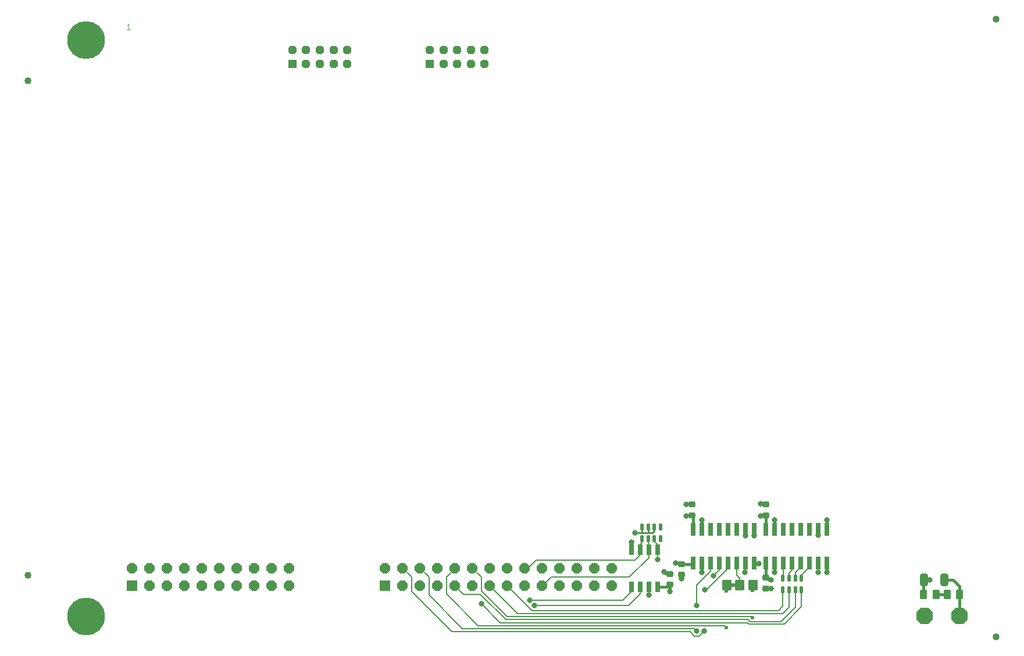
<source format=gbr>
%TF.GenerationSoftware,KiCad,Pcbnew,8.0.7-8.0.7-0~ubuntu22.04.1*%
%TF.CreationDate,2024-12-15T22:19:19+01:00*%
%TF.ProjectId,EEZ DIB 1.2 template,45455a20-4449-4422-9031-2e322074656d,rev?*%
%TF.SameCoordinates,Original*%
%TF.FileFunction,Copper,L1,Top*%
%TF.FilePolarity,Positive*%
%FSLAX46Y46*%
G04 Gerber Fmt 4.6, Leading zero omitted, Abs format (unit mm)*
G04 Created by KiCad (PCBNEW 8.0.7-8.0.7-0~ubuntu22.04.1) date 2024-12-15 22:19:19*
%MOMM*%
%LPD*%
G01*
G04 APERTURE LIST*
G04 Aperture macros list*
%AMRoundRect*
0 Rectangle with rounded corners*
0 $1 Rounding radius*
0 $2 $3 $4 $5 $6 $7 $8 $9 X,Y pos of 4 corners*
0 Add a 4 corners polygon primitive as box body*
4,1,4,$2,$3,$4,$5,$6,$7,$8,$9,$2,$3,0*
0 Add four circle primitives for the rounded corners*
1,1,$1+$1,$2,$3*
1,1,$1+$1,$4,$5*
1,1,$1+$1,$6,$7*
1,1,$1+$1,$8,$9*
0 Add four rect primitives between the rounded corners*
20,1,$1+$1,$2,$3,$4,$5,0*
20,1,$1+$1,$4,$5,$6,$7,0*
20,1,$1+$1,$6,$7,$8,$9,0*
20,1,$1+$1,$8,$9,$2,$3,0*%
%AMOutline5P*
0 Free polygon, 5 corners , with rotation*
0 The origin of the aperture is its center*
0 number of corners: always 5*
0 $1 to $10 corner X, Y*
0 $11 Rotation angle, in degrees counterclockwise*
0 create outline with 5 corners*
4,1,5,$1,$2,$3,$4,$5,$6,$7,$8,$9,$10,$1,$2,$11*%
%AMOutline6P*
0 Free polygon, 6 corners , with rotation*
0 The origin of the aperture is its center*
0 number of corners: always 6*
0 $1 to $12 corner X, Y*
0 $13 Rotation angle, in degrees counterclockwise*
0 create outline with 6 corners*
4,1,6,$1,$2,$3,$4,$5,$6,$7,$8,$9,$10,$11,$12,$1,$2,$13*%
%AMOutline7P*
0 Free polygon, 7 corners , with rotation*
0 The origin of the aperture is its center*
0 number of corners: always 7*
0 $1 to $14 corner X, Y*
0 $15 Rotation angle, in degrees counterclockwise*
0 create outline with 7 corners*
4,1,7,$1,$2,$3,$4,$5,$6,$7,$8,$9,$10,$11,$12,$13,$14,$1,$2,$15*%
%AMOutline8P*
0 Free polygon, 8 corners , with rotation*
0 The origin of the aperture is its center*
0 number of corners: always 8*
0 $1 to $16 corner X, Y*
0 $17 Rotation angle, in degrees counterclockwise*
0 create outline with 8 corners*
4,1,8,$1,$2,$3,$4,$5,$6,$7,$8,$9,$10,$11,$12,$13,$14,$15,$16,$1,$2,$17*%
G04 Aperture macros list end*
%ADD10C,0.101600*%
%TA.AperFunction,NonConductor*%
%ADD11C,0.101600*%
%TD*%
%TA.AperFunction,EtchedComponent*%
%ADD12C,0.000000*%
%TD*%
%TA.AperFunction,ComponentPad*%
%ADD13Outline8P,-1.200000X0.497056X-0.497056X1.200000X0.497056X1.200000X1.200000X0.497056X1.200000X-0.497056X0.497056X-1.200000X-0.497056X-1.200000X-1.200000X-0.497056X270.000000*%
%TD*%
%TA.AperFunction,SMDPad,CuDef*%
%ADD14RoundRect,0.225000X-0.250000X0.225000X-0.250000X-0.225000X0.250000X-0.225000X0.250000X0.225000X0*%
%TD*%
%TA.AperFunction,ComponentPad*%
%ADD15R,1.200000X1.200000*%
%TD*%
%TA.AperFunction,ComponentPad*%
%ADD16Outline8P,-0.600000X0.248528X-0.248528X0.600000X0.248528X0.600000X0.600000X0.248528X0.600000X-0.248528X0.248528X-0.600000X-0.248528X-0.600000X-0.600000X-0.248528X0.000000*%
%TD*%
%TA.AperFunction,FiducialPad,Global*%
%ADD17RoundRect,0.508000X-0.000010X-0.000010X0.000010X-0.000010X0.000010X0.000010X-0.000010X0.000010X0*%
%TD*%
%TA.AperFunction,ComponentPad*%
%ADD18R,1.500000X1.500000*%
%TD*%
%TA.AperFunction,ComponentPad*%
%ADD19Outline8P,-0.750000X0.310660X-0.310660X0.750000X0.310660X0.750000X0.750000X0.310660X0.750000X-0.310660X0.310660X-0.750000X-0.310660X-0.750000X-0.750000X-0.310660X0.000000*%
%TD*%
%TA.AperFunction,SMDPad,CuDef*%
%ADD20RoundRect,0.050800X-0.249200X0.724200X-0.249200X-0.724200X0.249200X-0.724200X0.249200X0.724200X0*%
%TD*%
%TA.AperFunction,SMDPad,CuDef*%
%ADD21RoundRect,0.050800X0.199200X0.449200X-0.199200X0.449200X-0.199200X-0.449200X0.199200X-0.449200X0*%
%TD*%
%TA.AperFunction,SMDPad,CuDef*%
%ADD22RoundRect,0.050800X0.599200X0.699200X-0.599200X0.699200X-0.599200X-0.699200X0.599200X-0.699200X0*%
%TD*%
%TA.AperFunction,SMDPad,CuDef*%
%ADD23RoundRect,0.024000X0.276000X-0.926000X0.276000X0.926000X-0.276000X0.926000X-0.276000X-0.926000X0*%
%TD*%
%TA.AperFunction,SMDPad,CuDef*%
%ADD24RoundRect,0.250000X0.262500X0.450000X-0.262500X0.450000X-0.262500X-0.450000X0.262500X-0.450000X0*%
%TD*%
%TA.AperFunction,ComponentPad*%
%ADD25C,5.500000*%
%TD*%
%TA.AperFunction,SMDPad,CuDef*%
%ADD26RoundRect,0.250000X0.325000X0.650000X-0.325000X0.650000X-0.325000X-0.650000X0.325000X-0.650000X0*%
%TD*%
%TA.AperFunction,SMDPad,CuDef*%
%ADD27RoundRect,0.050800X-0.199200X-0.449200X0.199200X-0.449200X0.199200X0.449200X-0.199200X0.449200X0*%
%TD*%
%TA.AperFunction,ComponentPad*%
%ADD28Outline8P,-0.750000X0.310660X-0.310660X0.750000X0.310660X0.750000X0.750000X0.310660X0.750000X-0.310660X0.310660X-0.750000X-0.310660X-0.750000X-0.750000X-0.310660X180.000000*%
%TD*%
%TA.AperFunction,ViaPad*%
%ADD29C,0.806400*%
%TD*%
%TA.AperFunction,ViaPad*%
%ADD30C,0.600000*%
%TD*%
%TA.AperFunction,Conductor*%
%ADD31C,0.406400*%
%TD*%
%TA.AperFunction,Conductor*%
%ADD32C,0.254000*%
%TD*%
%TA.AperFunction,Conductor*%
%ADD33C,0.203200*%
%TD*%
G04 APERTURE END LIST*
D10*
D11*
X92907757Y-61541310D02*
X92385243Y-61541310D01*
X92646500Y-61541310D02*
X92646500Y-60626910D01*
X92646500Y-60626910D02*
X92559414Y-60757539D01*
X92559414Y-60757539D02*
X92472329Y-60844625D01*
X92472329Y-60844625D02*
X92385243Y-60888168D01*
D12*
%TA.AperFunction,EtchedComponent*%
%TO.C,JP1*%
G36*
X181043700Y-142697200D02*
G01*
X180383300Y-142697200D01*
X180383300Y-142163800D01*
X181043700Y-142163800D01*
X181043700Y-142697200D01*
G37*
%TD.AperFunction*%
%TD*%
D13*
%TO.P,J1,1*%
%TO.N,PE*%
X213677100Y-146915600D03*
%TO.P,J1,2*%
%TO.N,unconnected-(J1-Pad2)*%
X208597100Y-146915600D03*
%TD*%
D14*
%TO.P,C3,1,1*%
%TO.N,+3V3*%
X173164100Y-139409600D03*
%TO.P,C3,2,2*%
%TO.N,GNDIO*%
X173164100Y-140959600D03*
%TD*%
D15*
%TO.P,X4,1,Pin_1*%
%TO.N,GND*%
X136500000Y-66500000D03*
D16*
%TO.P,X4,2,Pin_2*%
X136500000Y-64500000D03*
%TO.P,X4,3,Pin_3*%
%TO.N,/DIB v1.2 interface/AFE2N*%
X138500000Y-66500000D03*
%TO.P,X4,4,Pin_4*%
%TO.N,/DIB v1.2 interface/AFE2P*%
X138500000Y-64500000D03*
%TO.P,X4,5,Pin_5*%
%TO.N,GND*%
X140500000Y-66500000D03*
%TO.P,X4,6,Pin_6*%
X140500000Y-64500000D03*
%TO.P,X4,7,Pin_7*%
%TO.N,ADIB2_ID0*%
X142500000Y-66500000D03*
%TO.P,X4,8,Pin_8*%
%TO.N,ADIB2_ID2*%
X142500000Y-64500000D03*
%TO.P,X4,9,Pin_9*%
%TO.N,ADIB2_ID1*%
X144500000Y-66500000D03*
%TO.P,X4,10,Pin_10*%
%TO.N,GND*%
X144500000Y-64500000D03*
%TD*%
D15*
%TO.P,X3,1,Pin_1*%
%TO.N,GND*%
X116500000Y-66500000D03*
D16*
%TO.P,X3,2,Pin_2*%
X116500000Y-64500000D03*
%TO.P,X3,3,Pin_3*%
%TO.N,/DIB v1.2 interface/AFE1N*%
X118500000Y-66500000D03*
%TO.P,X3,4,Pin_4*%
%TO.N,/DIB v1.2 interface/AFE1P*%
X118500000Y-64500000D03*
%TO.P,X3,5,Pin_5*%
%TO.N,GND*%
X120500000Y-66500000D03*
%TO.P,X3,6,Pin_6*%
X120500000Y-64500000D03*
%TO.P,X3,7,Pin_7*%
%TO.N,ADIB1_ID0*%
X122500000Y-66500000D03*
%TO.P,X3,8,Pin_8*%
%TO.N,ADIB1_ID2*%
X122500000Y-64500000D03*
%TO.P,X3,9,Pin_9*%
%TO.N,ADIB1_ID1*%
X124500000Y-66500000D03*
%TO.P,X3,10,Pin_10*%
%TO.N,GND*%
X124500000Y-64500000D03*
%TD*%
D17*
%TO.P,FM4,*%
%TO.N,*%
X219000000Y-150000000D03*
%TD*%
D18*
%TO.P,X2,1,Pin_1*%
%TO.N,+3V3*%
X129980000Y-142540000D03*
D19*
%TO.P,X2,2,Pin_2*%
%TO.N,unconnected-(X2-Pin_2-Pad2)*%
X129980000Y-140000000D03*
%TO.P,X2,3,Pin_3*%
%TO.N,unconnected-(X2-Pin_3-Pad3)*%
X132520000Y-142540000D03*
%TO.P,X2,4,Pin_4*%
%TO.N,/DIB v1.2 interface/DIB_NRESET*%
X132520000Y-140000000D03*
%TO.P,X2,5,Pin_5*%
%TO.N,/DIB v1.2 interface/DIB_SCL*%
X135060000Y-142540000D03*
%TO.P,X2,6,Pin_6*%
%TO.N,/DIB v1.2 interface/OE_SYNC*%
X135060000Y-140000000D03*
%TO.P,X2,7,Pin_7*%
%TO.N,GNDIO*%
X137600000Y-142540000D03*
%TO.P,X2,8,Pin_8*%
%TO.N,/DIB v1.2 interface/DIB_SDA*%
X137600000Y-140000000D03*
%TO.P,X2,9,Pin_9*%
%TO.N,Net-(RN1B-2)*%
X140140000Y-142540000D03*
%TO.P,X2,10,Pin_10*%
%TO.N,/DIB v1.2 interface/DIB_IRQ*%
X140140000Y-140000000D03*
%TO.P,X2,11,Pin_11*%
%TO.N,GNDIO*%
X142680000Y-142540000D03*
%TO.P,X2,12,Pin_12*%
%TO.N,/DIB v1.2 interface/DIB_CSB*%
X142680000Y-140000000D03*
%TO.P,X2,13,Pin_13*%
%TO.N,Net-(RN1C-2)*%
X145220000Y-142540000D03*
%TO.P,X2,14,Pin_14*%
%TO.N,Net-(RN1A-2)*%
X145220000Y-140000000D03*
%TO.P,X2,15,Pin_15*%
%TO.N,Net-(RN1D-2)*%
X147760000Y-142540000D03*
%TO.P,X2,16,Pin_16*%
%TO.N,GNDIO*%
X147760000Y-140000000D03*
%TO.P,X2,17,Pin_17*%
%TO.N,/DIB v1.2 interface/DIB_A0*%
X150300000Y-142540000D03*
%TO.P,X2,18,Pin_18*%
%TO.N,/DIB v1.2 interface/DIB_A2*%
X150300000Y-140000000D03*
%TO.P,X2,19,Pin_19*%
%TO.N,/DIB v1.2 interface/DIB_A1*%
X152840000Y-142540000D03*
%TO.P,X2,20,Pin_20*%
%TO.N,GNDIO*%
X152840000Y-140000000D03*
%TO.P,X2,21,Pin_21*%
%TO.N,unconnected-(X2-Pin_21-Pad21)*%
X155380000Y-142540000D03*
%TO.P,X2,22,Pin_22*%
%TO.N,unconnected-(X2-Pin_22-Pad22)*%
X155380000Y-140000000D03*
%TO.P,X2,23,Pin_23*%
%TO.N,+5V*%
X157920000Y-142540000D03*
%TO.P,X2,24,Pin_24*%
X157920000Y-140000000D03*
%TO.P,X2,25,Pin_25*%
%TO.N,GNDIO*%
X160460000Y-142540000D03*
%TO.P,X2,26,Pin_26*%
%TO.N,/DIB v1.2 interface/DIB_BOOT*%
X160460000Y-140000000D03*
%TO.P,X2,27,Pin_27*%
%TO.N,unconnected-(X2-Pin_27-Pad27)*%
X163000000Y-142540000D03*
%TO.P,X2,28,Pin_28*%
%TO.N,unconnected-(X2-Pin_28-Pad28)*%
X163000000Y-140000000D03*
%TD*%
D17*
%TO.P,FM3,*%
%TO.N,*%
X219000000Y-60000000D03*
%TD*%
D14*
%TO.P,C5,1,1*%
%TO.N,GND*%
X174688100Y-130710100D03*
%TO.P,C5,2,2*%
%TO.N,+3V3_ISO*%
X174688100Y-132260100D03*
%TD*%
%TO.P,C1,1,1*%
%TO.N,GNDIO*%
X171449600Y-140806600D03*
%TO.P,C1,2,2*%
%TO.N,+3V3*%
X171449600Y-142356600D03*
%TD*%
D20*
%TO.P,IC1,1,A0*%
%TO.N,/DIB v1.2 interface/DIB_A0*%
X169666600Y-137332200D03*
%TO.P,IC1,2,A1*%
%TO.N,/DIB v1.2 interface/DIB_A1*%
X168396600Y-137332200D03*
%TO.P,IC1,3,A2*%
%TO.N,/DIB v1.2 interface/DIB_A2*%
X167126600Y-137332200D03*
%TO.P,IC1,4,GND*%
%TO.N,GNDIO*%
X165856600Y-137332200D03*
%TO.P,IC1,5,SDA*%
%TO.N,/DIB v1.2 interface/DIB_SDA*%
X165856600Y-142732200D03*
%TO.P,IC1,6,SCL*%
%TO.N,/DIB v1.2 interface/DIB_SCL*%
X167126600Y-142732200D03*
%TO.P,IC1,7,WP*%
%TO.N,GNDIO*%
X168396600Y-142732200D03*
%TO.P,IC1,8,VCC*%
%TO.N,+3V3*%
X169666600Y-142732200D03*
%TD*%
D21*
%TO.P,RN1,1,1*%
%TO.N,/DIB v1.2 interface/DIB_MISO*%
X190643100Y-141430100D03*
%TO.P,RN1,2,1*%
%TO.N,/DIB v1.2 interface/DIB_CSA*%
X189743100Y-141430100D03*
%TO.P,RN1,3,1*%
%TO.N,/DIB v1.2 interface/DIB_SCLK*%
X188843100Y-141430100D03*
%TO.P,RN1,4,1*%
%TO.N,/DIB v1.2 interface/DIB_MOSI*%
X187943100Y-141430100D03*
%TO.P,RN1,5,2*%
%TO.N,Net-(RN1D-2)*%
X187943100Y-143130100D03*
%TO.P,RN1,6,2*%
%TO.N,Net-(RN1C-2)*%
X188843100Y-143130100D03*
%TO.P,RN1,7,2*%
%TO.N,Net-(RN1B-2)*%
X189743100Y-143130100D03*
%TO.P,RN1,8,2*%
%TO.N,Net-(RN1A-2)*%
X190643100Y-143130100D03*
%TD*%
D22*
%TO.P,JP1,COM,COM*%
%TO.N,Net-(IC3-A4)*%
X181668500Y-142430500D03*
%TO.P,JP1,NC,NC*%
%TO.N,/DIB v1.2 interface/DIB_IRQ*%
X179768500Y-142430500D03*
%TO.P,JP1,NO,NO*%
%TO.N,/DIB v1.2 interface/DIB_CSB*%
X183568500Y-142430500D03*
%TD*%
D23*
%TO.P,IC2,1,VDD1*%
%TO.N,+3V3*%
X185483100Y-139215600D03*
%TO.P,IC2,2,GND1*%
%TO.N,GNDIO*%
X186753100Y-139215600D03*
%TO.P,IC2,3,A1*%
%TO.N,/DIB v1.2 interface/DIB_MOSI*%
X188023100Y-139215600D03*
%TO.P,IC2,4,A2*%
%TO.N,/DIB v1.2 interface/DIB_SCLK*%
X189293100Y-139215600D03*
%TO.P,IC2,5,A3*%
%TO.N,/DIB v1.2 interface/DIB_CSA*%
X190563100Y-139215600D03*
%TO.P,IC2,6,A4*%
%TO.N,/DIB v1.2 interface/DIB_MISO*%
X191833100Y-139215600D03*
%TO.P,IC2,7,EN1*%
%TO.N,+3V3*%
X193103100Y-139215600D03*
%TO.P,IC2,8,GND1*%
%TO.N,GNDIO*%
X194373100Y-139215600D03*
%TO.P,IC2,9,GND2*%
%TO.N,GND*%
X194373100Y-134295600D03*
%TO.P,IC2,10,EN2*%
%TO.N,+3V3_ISO*%
X193103100Y-134295600D03*
%TO.P,IC2,11,B4*%
%TO.N,SLAVE_MISO*%
X191833100Y-134295600D03*
%TO.P,IC2,12,B3*%
%TO.N,SLAVE_NSS*%
X190563100Y-134295600D03*
%TO.P,IC2,13,B2*%
%TO.N,SLAVE_SCK*%
X189293100Y-134295600D03*
%TO.P,IC2,14,B1*%
%TO.N,SLAVE_MOSI*%
X188023100Y-134295600D03*
%TO.P,IC2,15,GND2*%
%TO.N,GND*%
X186753100Y-134295600D03*
%TO.P,IC2,16,VDD2*%
%TO.N,+3V3_ISO*%
X185483100Y-134295600D03*
%TD*%
D17*
%TO.P,FM2,*%
%TO.N,*%
X78000000Y-141000000D03*
%TD*%
D24*
%TO.P,R1,1,1*%
%TO.N,PE*%
X213677500Y-143827500D03*
%TO.P,R1,2,2*%
%TO.N,Net-(R1-Pad2)*%
X211852500Y-143827500D03*
%TD*%
%TO.P,R2,1,1*%
%TO.N,Net-(R1-Pad2)*%
X210248500Y-143827500D03*
%TO.P,R2,2,2*%
%TO.N,GND*%
X208423500Y-143827500D03*
%TD*%
D25*
%TO.P,KK1,*%
%TO.N,*%
X86500000Y-63000000D03*
%TD*%
D23*
%TO.P,IC3,1,VDD1*%
%TO.N,+3V3*%
X174878600Y-139215600D03*
%TO.P,IC3,2,GND1*%
%TO.N,GNDIO*%
X176148600Y-139215600D03*
%TO.P,IC3,3,A1*%
%TO.N,/DIB v1.2 interface/OE_SYNC*%
X177418600Y-139215600D03*
%TO.P,IC3,4,A2*%
%TO.N,/DIB v1.2 interface/DIB_BOOT*%
X178688600Y-139215600D03*
%TO.P,IC3,5,A3*%
%TO.N,/DIB v1.2 interface/DIB_NRESET*%
X179958600Y-139215600D03*
%TO.P,IC3,6,A4*%
%TO.N,Net-(IC3-A4)*%
X181228600Y-139215600D03*
%TO.P,IC3,7,EN1*%
%TO.N,+3V3*%
X182498600Y-139215600D03*
%TO.P,IC3,8,GND1*%
%TO.N,GNDIO*%
X183768600Y-139215600D03*
%TO.P,IC3,9,GND2*%
%TO.N,GND*%
X183768600Y-134295600D03*
%TO.P,IC3,10,EN2*%
%TO.N,+3V3_ISO*%
X182498600Y-134295600D03*
%TO.P,IC3,11,B4*%
%TO.N,SLAVE_IRQ*%
X181228600Y-134295600D03*
%TO.P,IC3,12,B3*%
%TO.N,~{RESET}*%
X179958600Y-134295600D03*
%TO.P,IC3,13,B2*%
%TO.N,BOOT0*%
X178688600Y-134295600D03*
%TO.P,IC3,14,B1*%
%TO.N,SLAVE_SYNC*%
X177418600Y-134295600D03*
%TO.P,IC3,15,GND2*%
%TO.N,GND*%
X176148600Y-134295600D03*
%TO.P,IC3,16,VDD2*%
%TO.N,+3V3_ISO*%
X174878600Y-134295600D03*
%TD*%
D26*
%TO.P,C4,1,1*%
%TO.N,PE*%
X211446000Y-141668500D03*
%TO.P,C4,2,2*%
%TO.N,GND*%
X208496000Y-141668500D03*
%TD*%
D14*
%TO.P,C2,1,1*%
%TO.N,+3V3*%
X185483100Y-141378100D03*
%TO.P,C2,2,2*%
%TO.N,GNDIO*%
X185483100Y-142928100D03*
%TD*%
D27*
%TO.P,RN2,1,1*%
%TO.N,/DIB v1.2 interface/DIB_A2*%
X167407200Y-135649800D03*
%TO.P,RN2,2,1*%
%TO.N,/DIB v1.2 interface/DIB_A1*%
X168307200Y-135649800D03*
%TO.P,RN2,3,1*%
%TO.N,/DIB v1.2 interface/DIB_A0*%
X169207200Y-135649800D03*
%TO.P,RN2,4,1*%
%TO.N,unconnected-(RN2D-1-Pad4)*%
X170107200Y-135649800D03*
%TO.P,RN2,5,2*%
%TO.N,unconnected-(RN2D-2-Pad5)*%
X170107200Y-133949800D03*
%TO.P,RN2,6,2*%
%TO.N,+3V3*%
X169207200Y-133949800D03*
%TO.P,RN2,7,2*%
X168307200Y-133949800D03*
%TO.P,RN2,8,2*%
X167407200Y-133949800D03*
%TD*%
D17*
%TO.P,FM1,*%
%TO.N,*%
X78000000Y-69000000D03*
%TD*%
D18*
%TO.P,X1,1,Pin_1*%
%TO.N,unconnected-(X1-Pin_1-Pad1)*%
X93140000Y-142540000D03*
D28*
%TO.P,X1,2,Pin_2*%
%TO.N,unconnected-(X1-Pin_2-Pad2)*%
X93140000Y-140000000D03*
%TO.P,X1,3,Pin_3*%
%TO.N,unconnected-(X1-Pin_3-Pad3)*%
X95680000Y-142540000D03*
%TO.P,X1,4,Pin_4*%
%TO.N,unconnected-(X1-Pin_4-Pad4)*%
X95680000Y-140000000D03*
%TO.P,X1,5,Pin_5*%
%TO.N,unconnected-(X1-Pin_5-Pad5)*%
X98220000Y-142540000D03*
%TO.P,X1,6,Pin_6*%
%TO.N,unconnected-(X1-Pin_6-Pad6)*%
X98220000Y-140000000D03*
%TO.P,X1,7,Pin_7*%
%TO.N,unconnected-(X1-Pin_7-Pad7)*%
X100760000Y-142540000D03*
%TO.P,X1,8,Pin_8*%
%TO.N,unconnected-(X1-Pin_8-Pad8)*%
X100760000Y-140000000D03*
%TO.P,X1,9,Pin_9*%
%TO.N,unconnected-(X1-Pin_9-Pad9)*%
X103300000Y-142540000D03*
%TO.P,X1,10,Pin_10*%
%TO.N,unconnected-(X1-Pin_10-Pad10)*%
X103300000Y-140000000D03*
%TO.P,X1,11,Pin_11*%
%TO.N,unconnected-(X1-Pin_11-Pad11)*%
X105840000Y-142540000D03*
%TO.P,X1,12,Pin_12*%
%TO.N,unconnected-(X1-Pin_12-Pad12)*%
X105840000Y-140000000D03*
%TO.P,X1,13,Pin_13*%
%TO.N,unconnected-(X1-Pin_13-Pad13)*%
X108380000Y-142540000D03*
%TO.P,X1,14,Pin_14*%
%TO.N,unconnected-(X1-Pin_14-Pad14)*%
X108380000Y-140000000D03*
%TO.P,X1,15,Pin_15*%
%TO.N,unconnected-(X1-Pin_15-Pad15)*%
X110920000Y-142540000D03*
%TO.P,X1,16,Pin_16*%
%TO.N,unconnected-(X1-Pin_16-Pad16)*%
X110920000Y-140000000D03*
%TO.P,X1,17,Pin_17*%
%TO.N,unconnected-(X1-Pin_17-Pad17)*%
X113460000Y-142540000D03*
%TO.P,X1,18,Pin_18*%
%TO.N,unconnected-(X1-Pin_18-Pad18)*%
X113460000Y-140000000D03*
%TO.P,X1,19,Pin_19*%
%TO.N,unconnected-(X1-Pin_19-Pad19)*%
X116000000Y-142540000D03*
%TO.P,X1,20,Pin_20*%
%TO.N,unconnected-(X1-Pin_20-Pad20)*%
X116000000Y-140000000D03*
%TD*%
D25*
%TO.P,KK2,*%
%TO.N,*%
X86500000Y-147000000D03*
%TD*%
D14*
%TO.P,C6,1,1*%
%TO.N,GND*%
X185483100Y-130710100D03*
%TO.P,C6,2,2*%
%TO.N,+3V3_ISO*%
X185483100Y-132260100D03*
%TD*%
D29*
%TO.N,GND*%
X176148600Y-132945600D03*
X209336000Y-141668500D03*
X183768600Y-135231600D03*
X184657600Y-130596100D03*
X194373100Y-132945600D03*
X186753100Y-132945600D03*
X173862600Y-130659600D03*
%TO.N,+3V3*%
X172338600Y-139232100D03*
X166433510Y-134810500D03*
X171449600Y-143359600D03*
X182435100Y-140565600D03*
X186245500Y-141668500D03*
X193103100Y-140565600D03*
%TO.N,GNDIO*%
X168401600Y-143867600D03*
X173164100Y-141485200D03*
X186245500Y-143002000D03*
X186753100Y-140565600D03*
X170624100Y-140481800D03*
X184403600Y-139359100D03*
X165848900Y-136171400D03*
X194373100Y-140565600D03*
X176148600Y-140565600D03*
%TO.N,/DIB v1.2 interface/DIB_A0*%
X169671600Y-138762200D03*
%TO.N,+3V3_ISO*%
X193039600Y-135168100D03*
X173862600Y-132374100D03*
X182498600Y-135231600D03*
X184657600Y-132374100D03*
%TO.N,/DIB v1.2 interface/DIB_SDA*%
X151066100Y-144629600D03*
%TO.N,/DIB v1.2 interface/DIB_SCL*%
X151764600Y-145391600D03*
%TO.N,/DIB v1.2 interface/DIB_BOOT*%
X177863502Y-141097002D03*
%TO.N,/DIB v1.2 interface/DIB_NRESET*%
X176593500Y-143129000D03*
X176466504Y-149138100D03*
%TO.N,/DIB v1.2 interface/OE_SYNC*%
X175387000Y-149138100D03*
X175387000Y-145391600D03*
D30*
%TO.N,/DIB v1.2 interface/DIB_CSB*%
X183515008Y-143256000D03*
X183515000Y-147193000D03*
%TO.N,/DIB v1.2 interface/DIB_IRQ*%
X179705000Y-143319506D03*
X179705000Y-148653500D03*
D29*
%TO.N,Net-(RN1A-2)*%
X144017600Y-145201100D03*
%TD*%
D31*
%TO.N,GND*%
X174688100Y-130635100D02*
X173862600Y-130659600D01*
X194373100Y-132945600D02*
X194373100Y-134063200D01*
X208423500Y-141741000D02*
X208496000Y-141668500D01*
X183768600Y-135231600D02*
X183768600Y-134063200D01*
X208423500Y-143827500D02*
X208423500Y-141741000D01*
D32*
X209336000Y-141668500D02*
X208496000Y-141668500D01*
D31*
X176148600Y-132945600D02*
X176148600Y-134063200D01*
X184696600Y-130635100D02*
X184657600Y-130596100D01*
X185483100Y-130635100D02*
X184696600Y-130635100D01*
X186753100Y-132945600D02*
X186753100Y-134063200D01*
D32*
%TO.N,+3V3*%
X167407200Y-133949800D02*
X167407200Y-134768200D01*
D31*
X185483100Y-139448000D02*
X185483100Y-141303100D01*
X185848500Y-141668500D02*
X186245500Y-141668500D01*
D32*
X168307200Y-133949800D02*
X168307200Y-134778300D01*
D31*
X171449600Y-143359600D02*
X171449600Y-142431600D01*
X173061600Y-139232100D02*
X173164100Y-139334600D01*
D32*
X167449500Y-134810500D02*
X166433510Y-134810500D01*
D31*
X172338600Y-139232100D02*
X173061600Y-139232100D01*
D32*
X168307200Y-134778300D02*
X168275000Y-134810500D01*
X169207200Y-134576800D02*
X168973500Y-134810500D01*
D33*
X193103100Y-139448000D02*
X193103100Y-140565600D01*
D32*
X168973500Y-134810500D02*
X168275000Y-134810500D01*
X169207200Y-133949800D02*
X169207200Y-134576800D01*
D31*
X171149000Y-142732200D02*
X169666600Y-142732200D01*
X171449600Y-142431600D02*
X171149000Y-142732200D01*
D32*
X167407200Y-134768200D02*
X167449500Y-134810500D01*
D33*
X182498600Y-139448000D02*
X182498600Y-140375100D01*
D31*
X185483100Y-141303100D02*
X185848500Y-141668500D01*
D33*
X182498600Y-140375100D02*
X182435100Y-140565600D01*
D31*
X173277500Y-139448000D02*
X173164100Y-139334600D01*
X174878600Y-139448000D02*
X173277500Y-139448000D01*
D32*
X168275000Y-134810500D02*
X167449500Y-134810500D01*
D31*
%TO.N,GNDIO*%
X170873900Y-140731600D02*
X170624100Y-140481800D01*
X171449600Y-140731600D02*
X170873900Y-140731600D01*
D33*
X168396600Y-143862600D02*
X168401600Y-143867600D01*
D31*
X176148600Y-140565600D02*
X176148600Y-139448000D01*
X186753100Y-140565600D02*
X186753100Y-139448000D01*
X194373100Y-140565600D02*
X194373100Y-139448000D01*
D33*
X183768600Y-139448000D02*
X184314700Y-139448000D01*
D31*
X186244400Y-143003100D02*
X185483100Y-143003100D01*
D33*
X184314700Y-139448000D02*
X184403600Y-139359100D01*
D31*
X186245500Y-143002000D02*
X186244400Y-143003100D01*
D33*
X168396600Y-142732200D02*
X168396600Y-143862600D01*
X165826100Y-137301700D02*
X165856600Y-137332200D01*
X165848900Y-136171400D02*
X165826100Y-137301700D01*
D31*
X173164100Y-141034600D02*
X173164100Y-141485200D01*
%TO.N,PE*%
X213677500Y-146915200D02*
X213677100Y-146915600D01*
X212701500Y-141668500D02*
X213677500Y-142644500D01*
X213677500Y-143827500D02*
X213677500Y-146915200D01*
X211446000Y-141668500D02*
X212701500Y-141668500D01*
X213677500Y-142644500D02*
X213677500Y-143827500D01*
D33*
%TO.N,Net-(IC3-A4)*%
X181228600Y-141033500D02*
X181668500Y-141473400D01*
X181228600Y-139215600D02*
X181228600Y-141033500D01*
X181668500Y-141473400D02*
X181668500Y-142430500D01*
%TO.N,/DIB v1.2 interface/DIB_A0*%
X169207200Y-136100700D02*
X169666600Y-136560100D01*
X169666600Y-138757200D02*
X169671600Y-138762200D01*
X169666600Y-137332200D02*
X169666600Y-138757200D01*
X169666600Y-137332200D02*
X169666600Y-136560100D01*
X169207200Y-135649800D02*
X169207200Y-136100700D01*
D31*
%TO.N,+3V3_ISO*%
X174688100Y-132335100D02*
X173901600Y-132335100D01*
X174878600Y-134063200D02*
X174878600Y-132525600D01*
X185483100Y-134063200D02*
X185483100Y-132335100D01*
X173901600Y-132335100D02*
X173862600Y-132374100D01*
X185483100Y-132335100D02*
X184696600Y-132335100D01*
X182498600Y-134063200D02*
X182498600Y-135231600D01*
X193103100Y-134063200D02*
X193039600Y-135168100D01*
X184696600Y-132335100D02*
X184657600Y-132374100D01*
X174878600Y-132525600D02*
X174688100Y-132335100D01*
D33*
%TO.N,~{RESET}*%
X179945900Y-134050500D02*
X179958600Y-134063200D01*
%TO.N,/DIB v1.2 interface/DIB_A2*%
X152018600Y-138787600D02*
X166407700Y-138787600D01*
X167407200Y-135649800D02*
X167407200Y-136238700D01*
X167407200Y-136238700D02*
X167118900Y-136527000D01*
X167118900Y-136527000D02*
X167118900Y-137324500D01*
X150341100Y-140003600D02*
X150802600Y-140003600D01*
X166407700Y-138787600D02*
X167068100Y-138127200D01*
X167068100Y-137390700D02*
X167126600Y-137332200D01*
X167118900Y-137324500D02*
X167126600Y-137332200D01*
X167068100Y-138127200D02*
X167068100Y-137390700D01*
X150802600Y-140003600D02*
X152018600Y-138787600D01*
%TO.N,/DIB v1.2 interface/DIB_A1*%
X165582200Y-141264100D02*
X168401600Y-138444700D01*
X152881100Y-142543600D02*
X152898100Y-142543600D01*
X168401600Y-137337200D02*
X168396600Y-137332200D01*
X168401600Y-138444700D02*
X168401600Y-137337200D01*
X168307200Y-137242800D02*
X168396600Y-137332200D01*
X152898100Y-142543600D02*
X154177600Y-141264100D01*
X168307200Y-135649800D02*
X168307200Y-137242800D01*
X154177600Y-141264100D02*
X165582200Y-141264100D01*
%TO.N,/DIB v1.2 interface/DIB_SDA*%
X165856600Y-142732200D02*
X165856600Y-143364600D01*
X164591600Y-144629600D02*
X151066100Y-144629600D01*
X165856600Y-143364600D02*
X164591600Y-144629600D01*
%TO.N,/DIB v1.2 interface/DIB_SCL*%
X165480600Y-145391600D02*
X167126600Y-143745600D01*
X167126600Y-142732200D02*
X167126600Y-143745600D01*
X151764600Y-145391600D02*
X165480600Y-145391600D01*
%TO.N,/DIB v1.2 interface/DIB_SCLK*%
X188848600Y-141424600D02*
X188843100Y-141430100D01*
X189293100Y-140248100D02*
X188848600Y-140692600D01*
X189293100Y-139448000D02*
X189293100Y-140248100D01*
X188848600Y-140692600D02*
X188848600Y-141424600D01*
%TO.N,/DIB v1.2 interface/DIB_MOSI*%
X188023100Y-141350100D02*
X187943100Y-141430100D01*
X188023100Y-139448000D02*
X188023100Y-141350100D01*
%TO.N,/DIB v1.2 interface/DIB_MISO*%
X191833100Y-139803600D02*
X190643100Y-140993600D01*
X191833100Y-139448000D02*
X191833100Y-139803600D01*
X190643100Y-141430100D02*
X190643100Y-140993600D01*
%TO.N,/DIB v1.2 interface/DIB_CSA*%
X190563100Y-139448000D02*
X190563100Y-139803600D01*
X190563100Y-139803600D02*
X189737600Y-140629100D01*
X189737600Y-141424600D02*
X189743100Y-141430100D01*
X189737600Y-140629100D02*
X189737600Y-141424600D01*
%TO.N,/DIB v1.2 interface/DIB_BOOT*%
X178688600Y-140271904D02*
X177863502Y-141097002D01*
X178688600Y-139448000D02*
X178688600Y-140271904D01*
%TO.N,/DIB v1.2 interface/DIB_NRESET*%
X179958600Y-139448000D02*
X179958600Y-140017900D01*
X133857600Y-141300100D02*
X132561100Y-140003600D01*
X179958600Y-140017900D02*
X176847500Y-143129000D01*
X139699600Y-149265100D02*
X133857600Y-143423100D01*
X176847500Y-143129000D02*
X176593500Y-143129000D01*
X174434500Y-149265100D02*
X139699600Y-149265100D01*
X175069500Y-149900100D02*
X174434500Y-149265100D01*
X175704500Y-149900100D02*
X175069500Y-149900100D01*
X176466500Y-149138100D02*
X175704500Y-149900100D01*
X133857600Y-143423100D02*
X133857600Y-141300100D01*
%TO.N,/DIB v1.2 interface/OE_SYNC*%
X141287100Y-148820600D02*
X175069500Y-148820600D01*
X135101100Y-140003600D02*
X136397600Y-141300100D01*
X136397600Y-141300100D02*
X136397600Y-143931100D01*
X177418600Y-139448000D02*
X177418600Y-140410951D01*
X175069500Y-148820600D02*
X175387000Y-149138100D01*
X141287100Y-148820600D02*
X136397600Y-143931100D01*
X175387000Y-142442551D02*
X175387000Y-145391600D01*
X177418600Y-140410951D02*
X175387000Y-142442551D01*
%TO.N,/DIB v1.2 interface/DIB_CSB*%
X183515008Y-143319508D02*
X183515008Y-143256000D01*
X144017600Y-141300100D02*
X144017600Y-143296100D01*
X147764100Y-147042600D02*
X183364600Y-147042600D01*
X183364600Y-147042600D02*
X183515000Y-147193000D01*
X142721100Y-140003600D02*
X144017600Y-141300100D01*
X144017600Y-143296100D02*
X147764100Y-147042600D01*
%TO.N,/DIB v1.2 interface/DIB_IRQ*%
X138937600Y-143740600D02*
X143573100Y-148376100D01*
X179745100Y-148693600D02*
X179705000Y-148653500D01*
X138937600Y-141247100D02*
X138937600Y-143740600D01*
X140181100Y-140003600D02*
X138937600Y-141247100D01*
X179427600Y-148376100D02*
X179705000Y-148653500D01*
X143573100Y-148376100D02*
X179427600Y-148376100D01*
D31*
%TO.N,Net-(R1-Pad2)*%
X211852500Y-143827500D02*
X210248500Y-143827500D01*
D33*
%TO.N,Net-(RN1D-2)*%
X187943100Y-145535100D02*
X187324600Y-146153600D01*
X187943100Y-143130100D02*
X187943100Y-145535100D01*
X151411100Y-146153600D02*
X147801100Y-142543600D01*
X187324600Y-146153600D02*
X151411100Y-146153600D01*
%TO.N,Net-(RN1A-2)*%
X182979604Y-148145500D02*
X188126700Y-148145500D01*
X144017600Y-145201100D02*
X146748100Y-147931600D01*
X188126700Y-148145500D02*
X190643100Y-145629100D01*
X190643100Y-145629100D02*
X190643100Y-143130100D01*
X182765704Y-147931600D02*
X182979604Y-148145500D01*
X146748100Y-147931600D02*
X182765704Y-147931600D01*
%TO.N,Net-(RN1B-2)*%
X147573600Y-147487100D02*
X182863400Y-147487100D01*
X182863400Y-147487100D02*
X183140800Y-147764500D01*
X189743100Y-145640100D02*
X189743100Y-143130100D01*
X143890600Y-143804100D02*
X147573600Y-147487100D01*
X187618700Y-147764500D02*
X189743100Y-145640100D01*
X183140800Y-147764500D02*
X187618700Y-147764500D01*
X140181100Y-142543600D02*
X141441600Y-143804100D01*
X141441600Y-143804100D02*
X143890600Y-143804100D01*
%TO.N,Net-(RN1C-2)*%
X187896100Y-146598100D02*
X149315600Y-146598100D01*
X149315600Y-146598100D02*
X145261100Y-142543600D01*
X187896100Y-146598100D02*
X188843100Y-145651100D01*
X188843100Y-143130100D02*
X188843100Y-145651100D01*
%TO.N,SLAVE_MISO*%
X191833100Y-134063200D02*
X191871600Y-134024700D01*
%TO.N,SLAVE_NSS*%
X190563100Y-134063200D02*
X190673641Y-133952659D01*
%TD*%
M02*

</source>
